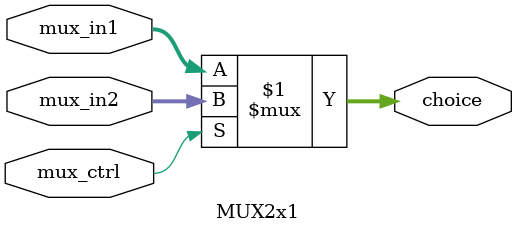
<source format=v>
`timescale 1ns / 1ps
module MUX2x1(choice, mux_in1, mux_in2, mux_ctrl);					
			////output, input, input, ctrl
	
	output	[31:0]	choice;
	input	[31:0]	mux_in1, mux_in2;
	input			mux_ctrl;

	assign choice = mux_ctrl? mux_in2 : mux_in1;
	
endmodule

</source>
